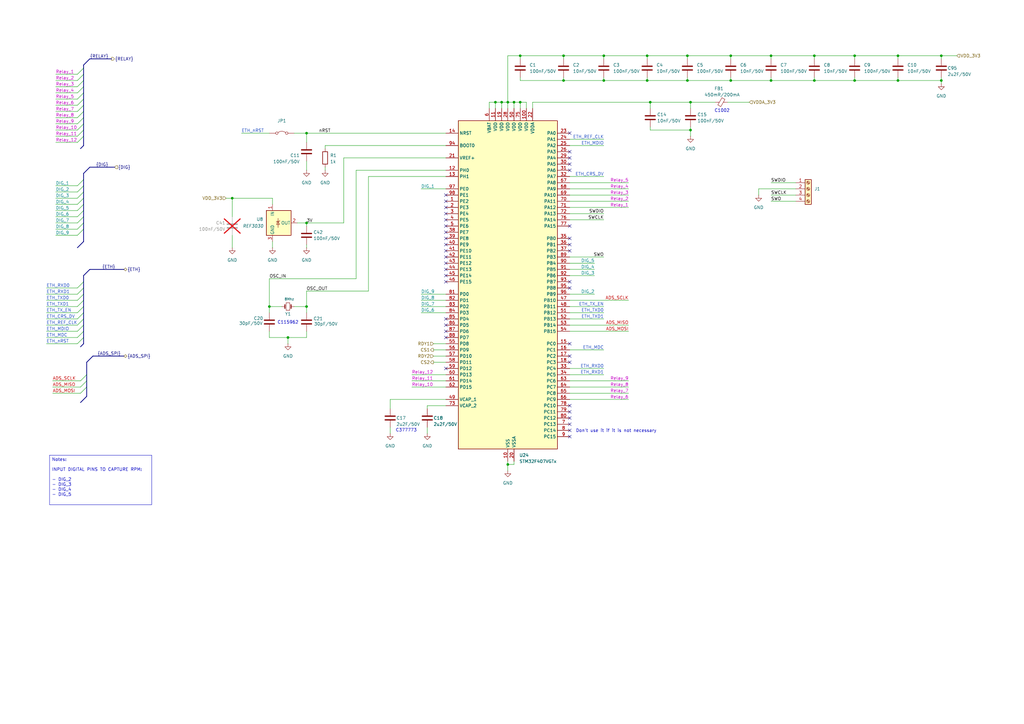
<source format=kicad_sch>
(kicad_sch (version 20250114) (generator "eeschema") (generator_version "9.0")
  (paper "A3")
  (lib_symbols
    (symbol "1-Capacitor:C_0603" (pin_numbers (hide yes)) (pin_names (offset 0.254))
      (property "Reference" "C" (at 0.635 2.54 0))
      (property "Value" "C_0603" (at 0.635 -2.54 0))
      (symbol "C_0603_0_1"
        (polyline (pts (xy -2.032 0.762) (xy 2.032 0.762)) (stroke (width 0.508)))
        (polyline (pts (xy -2.032 -0.762) (xy 2.032 -0.762)) (stroke (width 0.508)))
      )
      (symbol "C_0603_1_1"
        (pin passive line (at 0 3.81 270) (length 2.794) (name "~") (number "1"))
        (pin passive line (at 0 -3.81 90) (length 2.794) (name "~") (number "2"))
      )
    )
    (symbol "1-Capacitor:C_0805" (pin_numbers (hide yes)) (pin_names (offset 0.254))
      (property "Reference" "C" (at 0.635 2.54 0))
      (property "Value" "C_0805" (at 0.635 -2.54 0))
      (symbol "C_0805_0_1"
        (polyline (pts (xy -2.032 0.762) (xy 2.032 0.762)) (stroke (width 0.508)))
        (polyline (pts (xy -2.032 -0.762) (xy 2.032 -0.762)) (stroke (width 0.508)))
      )
      (symbol "C_0805_1_1"
        (pin passive line (at 0 3.81 270) (length 2.794) (name "~") (number "1"))
        (pin passive line (at 0 -3.81 90) (length 2.794) (name "~") (number "2"))
      )
    )
    (symbol "Connector:Screw_Terminal_01x04" (pin_names (offset 1.016) (hide yes))
      (property "Reference" "J" (at 0 5.08 0))
      (property "Value" "Screw_Terminal_01x04" (at 0 -7.62 0))
      (symbol "Screw_Terminal_01x04_1_1"
        (rectangle (start -1.27 3.81) (end 1.27 -6.35) (stroke (width 0.254)) (fill (type background)))
        (polyline (pts (xy -0.5334 2.8702) (xy 0.3302 2.032)) (stroke (width 0.1524)))
        (polyline (pts (xy -0.5334 0.3302) (xy 0.3302 -0.508)) (stroke (width 0.1524)))
        (polyline (pts (xy -0.5334 -2.2098) (xy 0.3302 -3.048)) (stroke (width 0.1524)))
        (polyline (pts (xy -0.5334 -4.7498) (xy 0.3302 -5.588)) (stroke (width 0.1524)))
        (polyline (pts (xy -0.3556 3.048) (xy 0.508 2.2098)) (stroke (width 0.1524)))
        (polyline (pts (xy -0.3556 0.508) (xy 0.508 -0.3302)) (stroke (width 0.1524)))
        (polyline (pts (xy -0.3556 -2.032) (xy 0.508 -2.8702)) (stroke (width 0.1524)))
        (polyline (pts (xy -0.3556 -4.572) (xy 0.508 -5.4102)) (stroke (width 0.1524)))
        (circle (center 0 2.54) (radius 0.635) (stroke (width 0.1524)))
        (circle (center 0 0) (radius 0.635) (stroke (width 0.1524)))
        (circle (center 0 -2.54) (radius 0.635) (stroke (width 0.1524)))
        (circle (center 0 -5.08) (radius 0.635) (stroke (width 0.1524)))
        (pin passive line (at -5.08 2.54 0) (length 3.81) (name "Pin_1") (number "1"))
        (pin passive line (at -5.08 0 0) (length 3.81) (name "Pin_2") (number "2"))
        (pin passive line (at -5.08 -2.54 0) (length 3.81) (name "Pin_3") (number "3"))
        (pin passive line (at -5.08 -5.08 0) (length 3.81) (name "Pin_4") (number "4"))
      )
    )
    (symbol "Device:C" (pin_numbers (hide yes)) (pin_names (offset 0.254))
      (property "Reference" "C" (at 0.635 2.54 0))
      (property "Value" "C" (at 0.635 -2.54 0))
      (symbol "C_0_1"
        (polyline (pts (xy -2.032 0.762) (xy 2.032 0.762)) (stroke (width 0.508)))
        (polyline (pts (xy -2.032 -0.762) (xy 2.032 -0.762)) (stroke (width 0.508)))
      )
      (symbol "C_1_1"
        (pin passive line (at 0 3.81 270) (length 2.794) (name "~") (number "1"))
        (pin passive line (at 0 -3.81 90) (length 2.794) (name "~") (number "2"))
      )
    )
    (symbol "Device:Crystal_Small" (pin_numbers (hide yes)) (pin_names (offset 1.016) (hide yes))
      (property "Reference" "Y" (at 0 2.54 0))
      (property "Value" "Crystal_Small" (at 0 -2.54 0))
      (symbol "Crystal_Small_0_1"
        (polyline (pts (xy -1.27 -0.762) (xy -1.27 0.762)) (stroke (width 0.381)))
        (rectangle (start -0.762 -1.524) (end 0.762 1.524))
        (polyline (pts (xy 1.27 -0.762) (xy 1.27 0.762)) (stroke (width 0.381)))
      )
      (symbol "Crystal_Small_1_1"
        (pin passive line (at -2.54 0 0) (length 1.27) (name "1") (number "1"))
        (pin passive line (at 2.54 0 180) (length 1.27) (name "2") (number "2"))
      )
    )
    (symbol "Device:FerriteBead_Small" (pin_numbers (hide yes)) (pin_names (offset 0))
      (property "Reference" "FB" (at 1.905 1.27 0))
      (property "Value" "FerriteBead_Small" (at 1.905 -1.27 0))
      (symbol "FerriteBead_Small_0_1"
        (polyline (pts (xy -1.8288 0.2794) (xy -1.1176 1.4986) (xy 1.8288 -0.2032) (xy 1.1176 -1.4224) (xy -1.8288 0.2794)))
        (polyline (pts (xy 0 0.889) (xy 0 1.2954)))
        (polyline (pts (xy 0 -1.27) (xy 0 -0.7874)))
      )
      (symbol "FerriteBead_Small_1_1"
        (pin passive line (at 0 2.54 270) (length 1.27) (name "~") (number "1"))
        (pin passive line (at 0 -2.54 90) (length 1.27) (name "~") (number "2"))
      )
    )
    (symbol "Device:R" (pin_numbers (hide yes)) (pin_names (offset 0))
      (property "Reference" "R" (at 2.032 0 90))
      (property "Value" "R" (at 0 0 90))
      (symbol "R_0_1"
        (rectangle (start -1.016 -2.54) (end 1.016 2.54) (stroke (width 0.254)))
      )
      (symbol "R_1_1"
        (pin passive line (at 0 3.81 270) (length 1.27) (name "~") (number "1"))
        (pin passive line (at 0 -3.81 90) (length 1.27) (name "~") (number "2"))
      )
    )
    (symbol "Jumper:Jumper_2_Bridged" (pin_numbers (hide yes)) (pin_names (offset 0) (hide yes))
      (property "Reference" "JP" (at 0 1.905 0))
      (property "Value" "Jumper_2_Bridged" (at 0 -2.54 0))
      (symbol "Jumper_2_Bridged_0_0"
        (circle (center -2.032 0) (radius 0.508))
        (circle (center 2.032 0) (radius 0.508))
      )
      (symbol "Jumper_2_Bridged_0_1"
        (arc (start -1.524 0.254) (mid 0 0.762) (end 1.524 0.254))
      )
      (symbol "Jumper_2_Bridged_1_1"
        (pin passive line (at -5.08 0 0) (length 2.54) (name "A") (number "1"))
        (pin passive line (at 5.08 0 180) (length 2.54) (name "B") (number "2"))
      )
    )
    (symbol "MCU_ST_STM32F4:STM32F407VGTx"
      (property "Reference" "U" (at -20.32 69.85 0))
      (property "Value" "STM32F407VGTx" (at 12.7 69.85 0))
      (symbol "STM32F407VGTx_0_1"
        (rectangle (start -20.32 -66.04) (end 20.32 68.58) (stroke (width 0.254)) (fill (type background)))
      )
      (symbol "STM32F407VGTx_1_1"
        (pin input line (at -25.4 63.5 0) (length 5.08) (name "NRST") (number "14"))
        (pin input line (at -25.4 58.42 0) (length 5.08) (name "BOOT0") (number "94"))
        (pin input line (at -25.4 53.34 0) (length 5.08) (name "VREF+") (number "21"))
        (pin bidirectional line (at -25.4 48.26 0) (length 5.08) (name "PH0") (number "12"))
        (pin bidirectional line (at -25.4 45.72 0) (length 5.08) (name "PH1") (number "13"))
        (pin bidirectional line (at -25.4 40.64 0) (length 5.08) (name "PE0") (number "97"))
        (pin bidirectional line (at -25.4 38.1 0) (length 5.08) (name "PE1") (number "98"))
        (pin bidirectional line (at -25.4 35.56 0) (length 5.08) (name "PE2") (number "1"))
        (pin bidirectional line (at -25.4 33.02 0) (length 5.08) (name "PE3") (number "2"))
        (pin bidirectional line (at -25.4 30.48 0) (length 5.08) (name "PE4") (number "3"))
        (pin bidirectional line (at -25.4 27.94 0) (length 5.08) (name "PE5") (number "4"))
        (pin bidirectional line (at -25.4 25.4 0) (length 5.08) (name "PE6") (number "5"))
        (pin bidirectional line (at -25.4 22.86 0) (length 5.08) (name "PE7") (number "38"))
        (pin bidirectional line (at -25.4 20.32 0) (length 5.08) (name "PE8") (number "39"))
        (pin bidirectional line (at -25.4 17.78 0) (length 5.08) (name "PE9") (number "40"))
        (pin bidirectional line (at -25.4 15.24 0) (length 5.08) (name "PE10") (number "41"))
        (pin bidirectional line (at -25.4 12.7 0) (length 5.08) (name "PE11") (number "42"))
        (pin bidirectional line (at -25.4 10.16 0) (length 5.08) (name "PE12") (number "43"))
        (pin bidirectional line (at -25.4 7.62 0) (length 5.08) (name "PE13") (number "44"))
        (pin bidirectional line (at -25.4 5.08 0) (length 5.08) (name "PE14") (number "45"))
        (pin bidirectional line (at -25.4 2.54 0) (length 5.08) (name "PE15") (number "46"))
        (pin bidirectional line (at -25.4 -2.54 0) (length 5.08) (name "PD0") (number "81"))
        (pin bidirectional line (at -25.4 -5.08 0) (length 5.08) (name "PD1") (number "82"))
        (pin bidirectional line (at -25.4 -7.62 0) (length 5.08) (name "PD2") (number "83"))
        (pin bidirectional line (at -25.4 -10.16 0) (length 5.08) (name "PD3") (number "84"))
        (pin bidirectional line (at -25.4 -12.7 0) (length 5.08) (name "PD4") (number "85"))
        (pin bidirectional line (at -25.4 -15.24 0) (length 5.08) (name "PD5") (number "86"))
        (pin bidirectional line (at -25.4 -17.78 0) (length 5.08) (name "PD6") (number "87"))
        (pin bidirectional line (at -25.4 -20.32 0) (length 5.08) (name "PD7") (number "88"))
        (pin bidirectional line (at -25.4 -22.86 0) (length 5.08) (name "PD8") (number "55"))
        (pin bidirectional line (at -25.4 -25.4 0) (length 5.08) (name "PD9") (number "56"))
        (pin bidirectional line (at -25.4 -27.94 0) (length 5.08) (name "PD10") (number "57"))
        (pin bidirectional line (at -25.4 -30.48 0) (length 5.08) (name "PD11") (number "58"))
        (pin bidirectional line (at -25.4 -33.02 0) (length 5.08) (name "PD12") (number "59"))
        (pin bidirectional line (at -25.4 -35.56 0) (length 5.08) (name "PD13") (number "60"))
        (pin bidirectional line (at -25.4 -38.1 0) (length 5.08) (name "PD14") (number "61"))
        (pin bidirectional line (at -25.4 -40.64 0) (length 5.08) (name "PD15") (number "62"))
        (pin power_out line (at -25.4 -45.72 0) (length 5.08) (name "VCAP_1") (number "49"))
        (pin power_out line (at -25.4 -48.26 0) (length 5.08) (name "VCAP_2") (number "73"))
        (pin power_in line (at -7.62 73.66 270) (length 5.08) (name "VBAT") (number "6"))
        (pin power_in line (at -5.08 73.66 270) (length 5.08) (name "VDD") (number "11"))
        (pin power_in line (at -2.54 73.66 270) (length 5.08) (name "VDD") (number "19"))
        (pin power_in line (at 0 73.66 270) (length 5.08) (name "VDD") (number "28"))
        (pin power_in line (at 0 -71.12 90) (length 5.08) (name "VSS") (number "10"))
        (pin passive line (at 0 -71.12 90) (length 5.08) (hide yes) (name "VSS") (number "27"))
        (pin passive line (at 0 -71.12 90) (length 5.08) (hide yes) (name "VSS") (number "74"))
        (pin passive line (at 0 -71.12 90) (length 5.08) (hide yes) (name "VSS") (number "99"))
        (pin power_in line (at 2.54 73.66 270) (length 5.08) (name "VDD") (number "50"))
        (pin power_in line (at 2.54 -71.12 90) (length 5.08) (name "VSSA") (number "20"))
        (pin power_in line (at 5.08 73.66 270) (length 5.08) (name "VDD") (number "75"))
        (pin power_in line (at 7.62 73.66 270) (length 5.08) (name "VDD") (number "100"))
        (pin power_in line (at 10.16 73.66 270) (length 5.08) (name "VDDA") (number "22"))
        (pin bidirectional line (at 25.4 63.5 180) (length 5.08) (name "PA0") (number "23"))
        (pin bidirectional line (at 25.4 60.96 180) (length 5.08) (name "PA1") (number "24"))
        (pin bidirectional line (at 25.4 58.42 180) (length 5.08) (name "PA2") (number "25"))
        (pin bidirectional line (at 25.4 55.88 180) (length 5.08) (name "PA3") (number "26"))
        (pin bidirectional line (at 25.4 53.34 180) (length 5.08) (name "PA4") (number "29"))
        (pin bidirectional line (at 25.4 50.8 180) (length 5.08) (name "PA5") (number "30"))
        (pin bidirectional line (at 25.4 48.26 180) (length 5.08) (name "PA6") (number "31"))
        (pin bidirectional line (at 25.4 45.72 180) (length 5.08) (name "PA7") (number "32"))
        (pin bidirectional line (at 25.4 43.18 180) (length 5.08) (name "PA8") (number "67"))
        (pin bidirectional line (at 25.4 40.64 180) (length 5.08) (name "PA9") (number "68"))
        (pin bidirectional line (at 25.4 38.1 180) (length 5.08) (name "PA10") (number "69"))
        (pin bidirectional line (at 25.4 35.56 180) (length 5.08) (name "PA11") (number "70"))
        (pin bidirectional line (at 25.4 33.02 180) (length 5.08) (name "PA12") (number "71"))
        (pin bidirectional line (at 25.4 30.48 180) (length 5.08) (name "PA13") (number "72"))
        (pin bidirectional line (at 25.4 27.94 180) (length 5.08) (name "PA14") (number "76"))
        (pin bidirectional line (at 25.4 25.4 180) (length 5.08) (name "PA15") (number "77"))
        (pin bidirectional line (at 25.4 20.32 180) (length 5.08) (name "PB0") (number "35"))
        (pin bidirectional line (at 25.4 17.78 180) (length 5.08) (name "PB1") (number "36"))
        (pin bidirectional line (at 25.4 15.24 180) (length 5.08) (name "PB2") (number "37"))
        (pin bidirectional line (at 25.4 12.7 180) (length 5.08) (name "PB3") (number "89"))
        (pin bidirectional line (at 25.4 10.16 180) (length 5.08) (name "PB4") (number "90"))
        (pin bidirectional line (at 25.4 7.62 180) (length 5.08) (name "PB5") (number "91"))
        (pin bidirectional line (at 25.4 5.08 180) (length 5.08) (name "PB6") (number "92"))
        (pin bidirectional line (at 25.4 2.54 180) (length 5.08) (name "PB7") (number "93"))
        (pin bidirectional line (at 25.4 0 180) (length 5.08) (name "PB8") (number "95"))
        (pin bidirectional line (at 25.4 -2.54 180) (length 5.08) (name "PB9") (number "96"))
        (pin bidirectional line (at 25.4 -5.08 180) (length 5.08) (name "PB10") (number "47"))
        (pin bidirectional line (at 25.4 -7.62 180) (length 5.08) (name "PB11") (number "48"))
        (pin bidirectional line (at 25.4 -10.16 180) (length 5.08) (name "PB12") (number "51"))
        (pin bidirectional line (at 25.4 -12.7 180) (length 5.08) (name "PB13") (number "52"))
        (pin bidirectional line (at 25.4 -15.24 180) (length 5.08) (name "PB14") (number "53"))
        (pin bidirectional line (at 25.4 -17.78 180) (length 5.08) (name "PB15") (number "54"))
        (pin bidirectional line (at 25.4 -22.86 180) (length 5.08) (name "PC0") (number "15"))
        (pin bidirectional line (at 25.4 -25.4 180) (length 5.08) (name "PC1") (number "16"))
        (pin bidirectional line (at 25.4 -27.94 180) (length 5.08) (name "PC2") (number "17"))
        (pin bidirectional line (at 25.4 -30.48 180) (length 5.08) (name "PC3") (number "18"))
        (pin bidirectional line (at 25.4 -33.02 180) (length 5.08) (name "PC4") (number "33"))
        (pin bidirectional line (at 25.4 -35.56 180) (length 5.08) (name "PC5") (number "34"))
        (pin bidirectional line (at 25.4 -38.1 180) (length 5.08) (name "PC6") (number "63"))
        (pin bidirectional line (at 25.4 -40.64 180) (length 5.08) (name "PC7") (number "64"))
        (pin bidirectional line (at 25.4 -43.18 180) (length 5.08) (name "PC8") (number "65"))
        (pin bidirectional line (at 25.4 -45.72 180) (length 5.08) (name "PC9") (number "66"))
        (pin bidirectional line (at 25.4 -48.26 180) (length 5.08) (name "PC10") (number "78"))
        (pin bidirectional line (at 25.4 -50.8 180) (length 5.08) (name "PC11") (number "79"))
        (pin bidirectional line (at 25.4 -53.34 180) (length 5.08) (name "PC12") (number "80"))
        (pin bidirectional line (at 25.4 -55.88 180) (length 5.08) (name "PC13") (number "7"))
        (pin bidirectional line (at 25.4 -58.42 180) (length 5.08) (name "PC14") (number "8"))
        (pin bidirectional line (at 25.4 -60.96 180) (length 5.08) (name "PC15") (number "9"))
      )
    )
    (symbol "Reference_Voltage:REF3030" (pin_names (offset 0.254))
      (property "Reference" "U" (at 0 6.35 0))
      (property "Value" "REF3030" (at 2.54 -6.35 0))
      (symbol "REF3030_0_1"
        (rectangle (start -5.08 5.08) (end 5.08 -5.08) (stroke (width 0.254)) (fill (type background)))
        (polyline (pts (xy -0.889 -0.635) (xy 0.381 -0.635) (xy -0.254 0.635) (xy -0.889 -0.635)))
        (polyline (pts (xy -0.254 1.905) (xy -0.254 -1.905)))
        (polyline (pts (xy 0.381 1.016) (xy 0.381 0.635) (xy -0.889 0.635) (xy -0.889 0.254)))
      )
      (symbol "REF3030_1_1"
        (pin power_in line (at -2.54 7.62 270) (length 2.54) (name "IN") (number "1"))
        (pin power_in line (at -2.54 -7.62 90) (length 2.54) (name "GND") (number "3"))
        (pin power_out line (at 7.62 0 180) (length 2.54) (name "OUT") (number "2"))
      )
    )
    (symbol "power:GND" (power) (pin_numbers (hide yes)) (pin_names (offset 0) (hide yes))
      (property "Value" "GND" (at 0 -3.81 0))
      (symbol "GND_0_1"
        (polyline (pts (xy 0 0) (xy 0 -1.27) (xy 1.27 -1.27) (xy 0 -2.54) (xy -1.27 -1.27) (xy 0 -1.27)))
      )
      (symbol "GND_1_1"
        (pin power_in line (at 0 0 270) (length 0) (name "~") (number "1"))
      )
    )
    (symbol "power:GNDA" (power) (pin_numbers (hide yes)) (pin_names (offset 0) (hide yes))
      (property "Value" "GNDA" (at 0 -3.81 0))
      (symbol "GNDA_0_1"
        (polyline (pts (xy 0 0) (xy 0 -1.27) (xy 1.27 -1.27) (xy 0 -2.54) (xy -1.27 -1.27) (xy 0 -1.27)))
      )
      (symbol "GNDA_1_1"
        (pin power_in line (at 0 0 270) (length 0) (name "~") (number "1"))
      )
    )
  )
  (bus_alias "SPI3" (members "SPI3_SCK" "SPI3_MISO" "SPI3_MOSI"))
  (text "C115962" (at 118.11 132.334 0) (effects (font (size 1.27 1.27))))
  (text "C377773" (at 166.624 176.53 0) (effects (font (size 1.27 1.27))))
  (text "C1002" (at 296.164 45.466 0) (effects (font (size 1.27 1.27))))
  (text "Don't use it if it is not necessary" (at 252.73 176.784 0) (effects (font (size 1.27 1.27))))
  (text_box "Notes:\n\nINPUT DIGITAL PINS TO CAPTURE RPM:\n\n- DIG_2\n- DIG_3\n- DIG_4\n- DIG_5" (at 20.32 186.69 0) (size 41.91 20.32) (margins 0.9525 0.9525 0.9525 0.9525) (effects (font (size 1.27 1.27)) (justify left top)))
  (junction (at 283.21 53.34))
  (junction (at 316.23 33.02))
  (junction (at 368.3 33.02))
  (junction (at 110.49 125.73))
  (junction (at 208.28 41.91))
  (junction (at 283.21 41.91))
  (junction (at 118.11 138.43))
  (junction (at 316.23 22.86))
  (junction (at 299.72 22.86))
  (junction (at 247.65 22.86))
  (junction (at 213.36 22.86))
  (junction (at 386.08 33.02))
  (junction (at 350.52 33.02))
  (junction (at 266.7 41.91))
  (junction (at 95.25 81.28))
  (junction (at 125.73 91.44))
  (junction (at 265.43 22.86))
  (junction (at 208.28 190.5))
  (junction (at 231.14 22.86))
  (junction (at 125.73 54.61))
  (junction (at 281.94 33.02))
  (junction (at 299.72 33.02))
  (junction (at 386.08 22.86))
  (junction (at 125.73 125.73))
  (junction (at 210.82 41.91))
  (junction (at 281.94 22.86))
  (junction (at 213.36 41.91))
  (junction (at 350.52 22.86))
  (junction (at 265.43 33.02))
  (junction (at 205.74 41.91))
  (junction (at 247.65 33.02))
  (junction (at 334.01 22.86))
  (junction (at 203.2 41.91))
  (junction (at 368.3 22.86))
  (junction (at 334.01 33.02))
  (junction (at 231.14 33.02))
  (no_connect (at 233.68 62.23))
  (no_connect (at 182.88 151.13))
  (no_connect (at 182.88 95.25))
  (no_connect (at 182.88 85.09))
  (no_connect (at 233.68 146.05))
  (no_connect (at 233.68 179.07))
  (no_connect (at 233.68 69.85))
  (no_connect (at 182.88 113.03))
  (no_connect (at 182.88 138.43))
  (no_connect (at 182.88 133.35))
  (no_connect (at 233.68 166.37))
  (no_connect (at 233.68 140.97))
  (no_connect (at 182.88 130.81))
  (no_connect (at 233.68 102.87))
  (no_connect (at 233.68 92.71))
  (no_connect (at 233.68 168.91))
  (no_connect (at 182.88 82.55))
  (no_connect (at 182.88 87.63))
  (no_connect (at 182.88 80.01))
  (no_connect (at 182.88 105.41))
  (no_connect (at 233.68 173.99))
  (no_connect (at 182.88 102.87))
  (no_connect (at 182.88 135.89))
  (no_connect (at 182.88 92.71))
  (no_connect (at 233.68 67.31))
  (no_connect (at 233.68 118.11))
  (no_connect (at 233.68 54.61))
  (no_connect (at 233.68 97.79))
  (no_connect (at 233.68 171.45))
  (no_connect (at 233.68 64.77))
  (no_connect (at 182.88 110.49))
  (no_connect (at 182.88 100.33))
  (no_connect (at 233.68 115.57))
  (no_connect (at 182.88 97.79))
  (no_connect (at 182.88 107.95))
  (no_connect (at 233.68 176.53))
  (no_connect (at 182.88 90.17))
  (no_connect (at 182.88 115.57))
  (no_connect (at 233.68 100.33))
  (no_connect (at 233.68 148.59))
  (bus_entry (at 34.29 133.35) (size -2.54 2.54))
  (bus_entry (at 31.75 91.44) (size 2.54 -2.54))
  (bus_entry (at 34.29 125.73) (size -2.54 2.54))
  (bus_entry (at 31.75 93.98) (size 2.54 -2.54))
  (bus_entry (at 34.29 48.26) (size -2.54 2.54))
  (bus_entry (at 34.29 118.11) (size -2.54 2.54))
  (bus_entry (at 34.29 115.57) (size -2.54 2.54))
  (bus_entry (at 35.56 158.75) (size -2.54 2.54))
  (bus_entry (at 34.29 130.81) (size -2.54 2.54))
  (bus_entry (at 35.56 153.67) (size -2.54 2.54))
  (bus_entry (at 31.75 86.36) (size 2.54 -2.54))
  (bus_entry (at 34.29 138.43) (size -2.54 2.54))
  (bus_entry (at 34.29 120.65) (size -2.54 2.54))
  (bus_entry (at 34.29 27.94) (size -2.54 2.54))
  (bus_entry (at 34.29 33.02) (size -2.54 2.54))
  (bus_entry (at 31.75 81.28) (size 2.54 -2.54))
  (bus_entry (at 34.29 43.18) (size -2.54 2.54))
  (bus_entry (at 34.29 40.64) (size -2.54 2.54))
  (bus_entry (at 34.29 123.19) (size -2.54 2.54))
  (bus_entry (at 34.29 50.8) (size -2.54 2.54))
  (bus_entry (at 31.75 78.74) (size 2.54 -2.54))
  (bus_entry (at 31.75 83.82) (size 2.54 -2.54))
  (bus_entry (at 34.29 53.34) (size -2.54 2.54))
  (bus_entry (at 34.29 135.89) (size -2.54 2.54))
  (bus_entry (at 34.29 55.88) (size -2.54 2.54))
  (bus_entry (at 31.75 96.52) (size 2.54 -2.54))
  (bus_entry (at 31.75 88.9) (size 2.54 -2.54))
  (bus_entry (at 34.29 35.56) (size -2.54 2.54))
  (bus_entry (at 34.29 30.48) (size -2.54 2.54))
  (bus_entry (at 34.29 38.1) (size -2.54 2.54))
  (bus_entry (at 35.56 156.21) (size -2.54 2.54))
  (bus_entry (at 31.75 76.2) (size 2.54 -2.54))
  (bus_entry (at 34.29 45.72) (size -2.54 2.54))
  (bus_entry (at 34.29 128.27) (size -2.54 2.54))
  (wire (pts (xy 233.68 110.49) (xy 243.84 110.49)))
  (wire (pts (xy 233.68 90.17) (xy 247.65 90.17)))
  (bus (pts (xy 34.29 59.69) (xy 33.02 60.96)))
  (bus (pts (xy 34.29 78.74) (xy 34.29 81.28)))
  (wire (pts (xy 125.73 100.33) (xy 125.73 101.6)))
  (bus (pts (xy 34.29 91.44) (xy 34.29 93.98)))
  (wire (pts (xy 33.02 158.75) (xy 21.59 158.75)))
  (wire (pts (xy 265.43 33.02) (xy 265.43 31.75)))
  (wire (pts (xy 233.68 107.95) (xy 243.84 107.95)))
  (wire (pts (xy 233.68 120.65) (xy 243.84 120.65)))
  (wire (pts (xy 31.75 45.72) (xy 22.86 45.72)))
  (wire (pts (xy 146.05 69.85) (xy 182.88 69.85)))
  (wire (pts (xy 213.36 22.86) (xy 231.14 22.86)))
  (wire (pts (xy 208.28 41.91) (xy 205.74 41.91)))
  (wire (pts (xy 266.7 53.34) (xy 266.7 52.07)))
  (wire (pts (xy 151.13 72.39) (xy 182.88 72.39)))
  (wire (pts (xy 298.45 41.91) (xy 307.34 41.91)))
  (wire (pts (xy 281.94 31.75) (xy 281.94 33.02)))
  (wire (pts (xy 19.05 118.11) (xy 31.75 118.11)))
  (wire (pts (xy 208.28 22.86) (xy 208.28 41.91)))
  (bus (pts (xy 34.29 76.2) (xy 34.29 78.74)))
  (bus (pts (xy 34.29 135.89) (xy 34.29 138.43)))
  (wire (pts (xy 133.35 59.69) (xy 182.88 59.69)))
  (wire (pts (xy 177.8 143.51) (xy 182.88 143.51)))
  (wire (pts (xy 350.52 24.13) (xy 350.52 22.86)))
  (wire (pts (xy 95.25 88.9) (xy 95.25 81.28)))
  (wire (pts (xy 205.74 41.91) (xy 203.2 41.91)))
  (bus (pts (xy 31.75 101.6) (xy 34.29 99.06)))
  (wire (pts (xy 205.74 44.45) (xy 205.74 41.91)))
  (wire (pts (xy 172.72 123.19) (xy 182.88 123.19)))
  (wire (pts (xy 231.14 33.02) (xy 247.65 33.02)))
  (wire (pts (xy 233.68 74.93) (xy 257.81 74.93)))
  (wire (pts (xy 283.21 52.07) (xy 283.21 53.34)))
  (wire (pts (xy 208.28 22.86) (xy 213.36 22.86)))
  (wire (pts (xy 22.86 88.9) (xy 31.75 88.9)))
  (wire (pts (xy 247.65 24.13) (xy 247.65 22.86)))
  (wire (pts (xy 386.08 22.86) (xy 386.08 24.13)))
  (wire (pts (xy 125.73 138.43) (xy 125.73 135.89)))
  (wire (pts (xy 95.25 96.52) (xy 95.25 101.6)))
  (bus (pts (xy 34.29 27.94) (xy 34.29 30.48)))
  (wire (pts (xy 22.86 81.28) (xy 31.75 81.28)))
  (wire (pts (xy 247.65 33.02) (xy 265.43 33.02)))
  (wire (pts (xy 110.49 114.3) (xy 146.05 114.3)))
  (wire (pts (xy 160.02 175.26) (xy 160.02 177.8)))
  (wire (pts (xy 299.72 22.86) (xy 316.23 22.86)))
  (wire (pts (xy 233.68 123.19) (xy 257.81 123.19)))
  (wire (pts (xy 121.92 91.44) (xy 125.73 91.44)))
  (wire (pts (xy 266.7 53.34) (xy 283.21 53.34)))
  (wire (pts (xy 208.28 190.5) (xy 210.82 190.5)))
  (wire (pts (xy 31.75 35.56) (xy 22.86 35.56)))
  (wire (pts (xy 233.68 59.69) (xy 247.65 59.69)))
  (wire (pts (xy 316.23 33.02) (xy 334.01 33.02)))
  (wire (pts (xy 281.94 33.02) (xy 299.72 33.02)))
  (wire (pts (xy 213.36 22.86) (xy 213.36 24.13)))
  (wire (pts (xy 233.68 133.35) (xy 257.81 133.35)))
  (wire (pts (xy 316.23 24.13) (xy 316.23 22.86)))
  (wire (pts (xy 203.2 41.91) (xy 200.66 41.91)))
  (wire (pts (xy 283.21 41.91) (xy 293.37 41.91)))
  (wire (pts (xy 172.72 128.27) (xy 182.88 128.27)))
  (bus (pts (xy 35.56 156.21) (xy 35.56 158.75)))
  (wire (pts (xy 233.68 130.81) (xy 247.65 130.81)))
  (bus (pts (xy 34.29 40.64) (xy 34.29 43.18)))
  (wire (pts (xy 92.71 81.28) (xy 95.25 81.28)))
  (bus (pts (xy 34.29 48.26) (xy 34.29 50.8)))
  (wire (pts (xy 151.13 119.38) (xy 151.13 72.39)))
  (wire (pts (xy 233.68 158.75) (xy 257.81 158.75)))
  (bus (pts (xy 34.29 55.88) (xy 34.29 59.69)))
  (wire (pts (xy 316.23 22.86) (xy 334.01 22.86)))
  (wire (pts (xy 299.72 33.02) (xy 299.72 31.75)))
  (wire (pts (xy 233.68 57.15) (xy 247.65 57.15)))
  (wire (pts (xy 172.72 125.73) (xy 182.88 125.73)))
  (wire (pts (xy 118.11 138.43) (xy 118.11 140.97)))
  (wire (pts (xy 208.28 41.91) (xy 208.28 44.45)))
  (wire (pts (xy 208.28 190.5) (xy 208.28 193.04)))
  (wire (pts (xy 233.68 151.13) (xy 247.65 151.13)))
  (wire (pts (xy 210.82 44.45) (xy 210.82 41.91)))
  (bus (pts (xy 34.29 45.72) (xy 34.29 48.26)))
  (wire (pts (xy 266.7 41.91) (xy 283.21 41.91)))
  (wire (pts (xy 19.05 140.97) (xy 31.75 140.97)))
  (wire (pts (xy 386.08 22.86) (xy 368.3 22.86)))
  (wire (pts (xy 175.26 166.37) (xy 182.88 166.37)))
  (wire (pts (xy 334.01 22.86) (xy 334.01 24.13)))
  (wire (pts (xy 233.68 128.27) (xy 247.65 128.27)))
  (wire (pts (xy 218.44 44.45) (xy 218.44 41.91)))
  (wire (pts (xy 110.49 114.3) (xy 110.49 125.73)))
  (bus (pts (xy 34.29 50.8) (xy 34.29 53.34)))
  (wire (pts (xy 172.72 77.47) (xy 182.88 77.47)))
  (wire (pts (xy 233.68 161.29) (xy 257.81 161.29)))
  (wire (pts (xy 182.88 153.67) (xy 168.91 153.67)))
  (wire (pts (xy 200.66 41.91) (xy 200.66 44.45)))
  (wire (pts (xy 247.65 22.86) (xy 265.43 22.86)))
  (wire (pts (xy 299.72 22.86) (xy 299.72 24.13)))
  (wire (pts (xy 350.52 22.86) (xy 368.3 22.86)))
  (wire (pts (xy 31.75 40.64) (xy 22.86 40.64)))
  (wire (pts (xy 231.14 22.86) (xy 247.65 22.86)))
  (wire (pts (xy 177.8 148.59) (xy 182.88 148.59)))
  (wire (pts (xy 111.76 101.6) (xy 111.76 99.06)))
  (bus (pts (xy 35.56 153.67) (xy 35.56 156.21)))
  (bus (pts (xy 35.56 148.59) (xy 35.56 153.67)))
  (wire (pts (xy 110.49 125.73) (xy 110.49 128.27)))
  (wire (pts (xy 22.86 96.52) (xy 31.75 96.52)))
  (wire (pts (xy 19.05 128.27) (xy 31.75 128.27)))
  (wire (pts (xy 266.7 41.91) (xy 266.7 44.45)))
  (wire (pts (xy 175.26 167.64) (xy 175.26 166.37)))
  (wire (pts (xy 120.65 125.73) (xy 125.73 125.73)))
  (bus (pts (xy 34.29 118.11) (xy 34.29 120.65)))
  (wire (pts (xy 177.8 146.05) (xy 182.88 146.05)))
  (wire (pts (xy 386.08 33.02) (xy 386.08 34.29)))
  (wire (pts (xy 31.75 55.88) (xy 22.86 55.88)))
  (bus (pts (xy 38.1 146.05) (xy 35.56 148.59)))
  (wire (pts (xy 368.3 22.86) (xy 368.3 24.13)))
  (wire (pts (xy 31.75 43.18) (xy 22.86 43.18)))
  (wire (pts (xy 368.3 33.02) (xy 368.3 31.75)))
  (wire (pts (xy 350.52 31.75) (xy 350.52 33.02)))
  (wire (pts (xy 31.75 33.02) (xy 22.86 33.02)))
  (wire (pts (xy 208.28 189.23) (xy 208.28 190.5)))
  (bus (pts (xy 36.83 24.13) (xy 34.29 26.67)))
  (bus (pts (xy 34.29 93.98) (xy 34.29 99.06)))
  (wire (pts (xy 218.44 41.91) (xy 266.7 41.91)))
  (wire (pts (xy 203.2 44.45) (xy 203.2 41.91)))
  (wire (pts (xy 213.36 41.91) (xy 210.82 41.91)))
  (wire (pts (xy 19.05 130.81) (xy 31.75 130.81)))
  (wire (pts (xy 311.15 77.47) (xy 326.39 77.47)))
  (wire (pts (xy 133.35 68.58) (xy 133.35 69.85)))
  (wire (pts (xy 19.05 120.65) (xy 31.75 120.65)))
  (wire (pts (xy 133.35 60.96) (xy 133.35 59.69)))
  (wire (pts (xy 19.05 138.43) (xy 31.75 138.43)))
  (wire (pts (xy 265.43 33.02) (xy 281.94 33.02)))
  (wire (pts (xy 233.68 163.83) (xy 257.81 163.83)))
  (wire (pts (xy 299.72 33.02) (xy 316.23 33.02)))
  (wire (pts (xy 110.49 138.43) (xy 118.11 138.43)))
  (wire (pts (xy 146.05 69.85) (xy 146.05 114.3)))
  (wire (pts (xy 233.68 72.39) (xy 247.65 72.39)))
  (bus (pts (xy 34.29 71.12) (xy 34.29 73.66)))
  (wire (pts (xy 31.75 30.48) (xy 22.86 30.48)))
  (bus (pts (xy 34.29 128.27) (xy 34.29 130.81)))
  (wire (pts (xy 350.52 33.02) (xy 368.3 33.02)))
  (bus (pts (xy 34.29 30.48) (xy 34.29 33.02)))
  (wire (pts (xy 392.43 22.86) (xy 386.08 22.86)))
  (wire (pts (xy 210.82 189.23) (xy 210.82 190.5)))
  (wire (pts (xy 283.21 53.34) (xy 283.21 55.88)))
  (wire (pts (xy 22.86 83.82) (xy 31.75 83.82)))
  (bus (pts (xy 50.8 146.05) (xy 38.1 146.05)))
  (bus (pts (xy 34.29 81.28) (xy 34.29 83.82)))
  (wire (pts (xy 31.75 53.34) (xy 22.86 53.34)))
  (wire (pts (xy 19.05 125.73) (xy 31.75 125.73)))
  (wire (pts (xy 111.76 81.28) (xy 111.76 83.82)))
  (wire (pts (xy 31.75 38.1) (xy 22.86 38.1)))
  (wire (pts (xy 19.05 135.89) (xy 31.75 135.89)))
  (bus (pts (xy 36.83 68.58) (xy 34.29 71.12)))
  (wire (pts (xy 334.01 33.02) (xy 334.01 31.75)))
  (wire (pts (xy 182.88 156.21) (xy 168.91 156.21)))
  (wire (pts (xy 22.86 93.98) (xy 31.75 93.98)))
  (wire (pts (xy 19.05 133.35) (xy 31.75 133.35)))
  (wire (pts (xy 22.86 78.74) (xy 31.75 78.74)))
  (wire (pts (xy 125.73 119.38) (xy 125.73 125.73)))
  (bus (pts (xy 45.72 24.13) (xy 36.83 24.13)))
  (wire (pts (xy 233.68 77.47) (xy 257.81 77.47)))
  (wire (pts (xy 175.26 175.26) (xy 175.26 177.8)))
  (wire (pts (xy 233.68 135.89) (xy 257.81 135.89)))
  (wire (pts (xy 213.36 41.91) (xy 213.36 44.45)))
  (wire (pts (xy 182.88 163.83) (xy 160.02 163.83)))
  (bus (pts (xy 34.29 38.1) (xy 34.29 40.64)))
  (wire (pts (xy 118.11 138.43) (xy 125.73 138.43)))
  (bus (pts (xy 33.02 142.24) (xy 34.29 140.97)))
  (bus (pts (xy 34.29 43.18) (xy 34.29 45.72)))
  (wire (pts (xy 125.73 58.42) (xy 125.73 54.61)))
  (wire (pts (xy 140.97 64.77) (xy 182.88 64.77)))
  (wire (pts (xy 233.68 113.03) (xy 243.84 113.03)))
  (bus (pts (xy 35.56 162.56) (xy 33.02 165.1)))
  (wire (pts (xy 281.94 22.86) (xy 299.72 22.86)))
  (wire (pts (xy 334.01 33.02) (xy 350.52 33.02)))
  (bus (pts (xy 34.29 73.66) (xy 34.29 76.2)))
  (wire (pts (xy 120.65 54.61) (xy 125.73 54.61)))
  (bus (pts (xy 34.29 35.56) (xy 34.29 38.1)))
  (bus (pts (xy 34.29 130.81) (xy 34.29 133.35)))
  (wire (pts (xy 125.73 91.44) (xy 140.97 91.44)))
  (bus (pts (xy 34.29 125.73) (xy 34.29 128.27)))
  (wire (pts (xy 160.02 163.83) (xy 160.02 167.64)))
  (bus (pts (xy 34.29 83.82) (xy 34.29 86.36)))
  (wire (pts (xy 31.75 50.8) (xy 22.86 50.8)))
  (wire (pts (xy 213.36 33.02) (xy 231.14 33.02)))
  (wire (pts (xy 110.49 138.43) (xy 110.49 135.89)))
  (wire (pts (xy 311.15 77.47) (xy 311.15 80.01)))
  (wire (pts (xy 281.94 24.13) (xy 281.94 22.86)))
  (wire (pts (xy 316.23 31.75) (xy 316.23 33.02)))
  (bus (pts (xy 36.83 110.49) (xy 50.8 110.49)))
  (wire (pts (xy 31.75 48.26) (xy 22.86 48.26)))
  (wire (pts (xy 95.25 81.28) (xy 111.76 81.28)))
  (wire (pts (xy 31.75 58.42) (xy 22.86 58.42)))
  (wire (pts (xy 233.68 80.01) (xy 257.81 80.01)))
  (bus (pts (xy 34.29 88.9) (xy 34.29 91.44)))
  (wire (pts (xy 215.9 41.91) (xy 213.36 41.91)))
  (wire (pts (xy 231.14 22.86) (xy 231.14 24.13)))
  (wire (pts (xy 334.01 22.86) (xy 350.52 22.86)))
  (wire (pts (xy 316.23 82.55) (xy 326.39 82.55)))
  (wire (pts (xy 233.68 153.67) (xy 247.65 153.67)))
  (wire (pts (xy 233.68 143.51) (xy 247.65 143.51)))
  (wire (pts (xy 140.97 91.44) (xy 140.97 64.77)))
  (wire (pts (xy 172.72 120.65) (xy 182.88 120.65)))
  (bus (pts (xy 34.29 113.03) (xy 34.29 115.57)))
  (wire (pts (xy 316.23 80.01) (xy 326.39 80.01)))
  (wire (pts (xy 233.68 87.63) (xy 247.65 87.63)))
  (bus (pts (xy 34.29 115.57) (xy 34.29 118.11)))
  (wire (pts (xy 19.05 123.19) (xy 31.75 123.19)))
  (wire (pts (xy 231.14 33.02) (xy 231.14 31.75)))
  (wire (pts (xy 215.9 41.91) (xy 215.9 44.45)))
  (wire (pts (xy 125.73 119.38) (xy 151.13 119.38)))
  (bus (pts (xy 34.29 33.02) (xy 34.29 35.56)))
  (wire (pts (xy 182.88 158.75) (xy 168.91 158.75)))
  (bus (pts (xy 34.29 113.03) (xy 36.83 110.49)))
  (wire (pts (xy 22.86 86.36) (xy 31.75 86.36)))
  (bus (pts (xy 34.29 26.67) (xy 34.29 27.94)))
  (wire (pts (xy 283.21 41.91) (xy 283.21 44.45)))
  (wire (pts (xy 386.08 31.75) (xy 386.08 33.02)))
  (wire (pts (xy 247.65 31.75) (xy 247.65 33.02)))
  (bus (pts (xy 34.29 133.35) (xy 34.29 135.89)))
  (wire (pts (xy 233.68 85.09) (xy 257.81 85.09)))
  (wire (pts (xy 233.68 82.55) (xy 257.81 82.55)))
  (wire (pts (xy 99.06 54.61) (xy 110.49 54.61)))
  (wire (pts (xy 316.23 74.93) (xy 326.39 74.93)))
  (wire (pts (xy 22.86 76.2) (xy 31.75 76.2)))
  (bus (pts (xy 34.29 120.65) (xy 34.29 123.19)))
  (wire (pts (xy 233.68 156.21) (xy 257.81 156.21)))
  (wire (pts (xy 177.8 140.97) (xy 182.88 140.97)))
  (bus (pts (xy 35.56 158.75) (xy 35.56 162.56)))
  (wire (pts (xy 265.43 22.86) (xy 265.43 24.13)))
  (wire (pts (xy 110.49 125.73) (xy 115.57 125.73)))
  (wire (pts (xy 213.36 31.75) (xy 213.36 33.02)))
  (wire (pts (xy 265.43 22.86) (xy 281.94 22.86)))
  (wire (pts (xy 125.73 91.44) (xy 125.73 92.71)))
  (wire (pts (xy 33.02 161.29) (xy 21.59 161.29)))
  (wire (pts (xy 33.02 156.21) (xy 21.59 156.21)))
  (wire (pts (xy 386.08 33.02) (xy 368.3 33.02)))
  (wire (pts (xy 125.73 125.73) (xy 125.73 128.27)))
  (wire (pts (xy 125.73 54.61) (xy 182.88 54.61)))
  (bus (pts (xy 34.29 86.36) (xy 34.29 88.9)))
  (bus (pts (xy 34.29 123.19) (xy 34.29 125.73)))
  (wire (pts (xy 125.73 66.04) (xy 125.73 69.85)))
  (wire (pts (xy 233.68 125.73) (xy 247.65 125.73)))
  (bus (pts (xy 36.83 68.58) (xy 46.99 68.58)))
  (wire (pts (xy 233.68 105.41) (xy 247.65 105.41)))
  (bus (pts (xy 34.29 138.43) (xy 34.29 140.97)))
  (wire (pts (xy 22.86 91.44) (xy 31.75 91.44)))
  (bus (pts (xy 34.29 53.34) (xy 34.29 55.88)))
  (wire (pts (xy 208.28 41.91) (xy 210.82 41.91)))
  (label "ETH_TXD1" (at 19.05 125.73 0))
  (label "ETH_MDIO" (at 19.05 135.89 0))
  (label "ADS_MOSI" (at 21.59 161.29 0))
  (label "ETH_TX_EN" (at 19.05 128.27 0))
  (label "SWDIO" (at 316.23 74.93 0))
  (label "DIG_7" (at 22.86 91.44 0))
  (label "Relay_12" (at 22.86 58.42 0))
  (label "DIG_8" (at 22.86 93.98 0))
  (label "OSC_OUT" (at 125.73 119.38 0))
  (label "{DIG}" (at 39.37 68.58 0))
  (label "ETH_CRS_DV" (at 19.05 130.81 0))
  (label "ETH_TXD1" (at 247.65 130.81 180))
  (label "DIG_3" (at 243.84 113.03 180))
  (label "Relay_3" (at 22.86 35.56 0))
  (label "nRST" (at 130.81 54.61 0))
  (label "Relay_2" (at 257.81 82.55 180))
  (label "ETH_RXD0" (at 247.65 151.13 180))
  (label "Relay_1" (at 257.81 85.09 180))
  (label "ETH_nRST" (at 19.05 140.97 0))
  (label "DIG_5" (at 243.84 107.95 180))
  (label "Relay_4" (at 22.86 38.1 0))
  (label "Relay_12" (at 168.91 153.67 0))
  (label "Relay_5" (at 22.86 40.64 0))
  (label "ETH_RXD0" (at 19.05 118.11 0))
  (label "DIG_3" (at 22.86 81.28 0))
  (label "{ETH}" (at 41.91 110.49 0))
  (label "ETH_CRS_DV" (at 247.65 72.39 180))
  (label "DIG_6" (at 172.72 128.27 0))
  (label "ADS_SCLK" (at 21.59 156.21 0))
  (label "SWCLK" (at 316.23 80.01 0))
  (label "Relay_9" (at 22.86 50.8 0))
  (label "Relay_11" (at 22.86 55.88 0))
  (label "DIG_2" (at 22.86 78.74 0))
  (label "DIG_6" (at 22.86 88.9 0))
  (label "Relay_6" (at 257.81 163.83 180))
  (label "ADS_MISO" (at 257.81 133.35 180))
  (label "{RELAY}" (at 44.45 24.13 180))
  (label "ETH_MDIO" (at 247.65 59.69 180))
  (label "ADS_MOSI" (at 257.81 135.89 180))
  (label "ETH_TX_EN" (at 247.65 125.73 180))
  (label "Relay_9" (at 257.81 156.21 180))
  (label "Relay_6" (at 22.86 43.18 0))
  (label "Relay_4" (at 257.81 77.47 180))
  (label "ETH_nRST" (at 99.06 54.61 0))
  (label "DIG_8" (at 172.72 123.19 0))
  (label "Relay_10" (at 168.91 158.75 0))
  (label "DIG_7" (at 172.72 125.73 0))
  (label "ETH_MDC" (at 247.65 143.51 180))
  (label "ETH_REF_CLK" (at 19.05 133.35 0))
  (label "Relay_3" (at 257.81 80.01 180))
  (label "OSC_IN" (at 110.49 114.3 0))
  (label "DIG_4" (at 22.86 83.82 0))
  (label "DIG_5" (at 22.86 86.36 0))
  (label "Relay_11" (at 168.91 156.21 0))
  (label "DIG_1" (at 172.72 77.47 0))
  (label "ADS_MISO" (at 21.59 158.75 0))
  (label "ETH_REF_CLK" (at 247.65 57.15 180))
  (label "Relay_7" (at 257.81 161.29 180))
  (label "ETH_TXD0" (at 247.65 128.27 180))
  (label "SWCLK" (at 247.65 90.17 180))
  (label "Relay_10" (at 22.86 53.34 0))
  (label "DIG_1" (at 22.86 76.2 0))
  (label "ETH_TXD0" (at 19.05 123.19 0))
  (label "DIG_4" (at 243.84 110.49 180))
  (label "3V" (at 125.73 91.44 0))
  (label "Relay_8" (at 22.86 48.26 0))
  (label "Relay_8" (at 257.81 158.75 180))
  (label "Relay_7" (at 22.86 45.72 0))
  (label "SWO" (at 316.23 82.55 0))
  (label "ETH_RXD1" (at 19.05 120.65 0))
  (label "DIG_9" (at 22.86 96.52 0))
  (label "DIG_2" (at 243.84 120.65 180))
  (label "Relay_5" (at 257.81 74.93 180))
  (label "DIG_9" (at 172.72 120.65 0))
  (label "SWDIO" (at 247.65 87.63 180))
  (label "{ADS_SPI}" (at 49.53 146.05 180))
  (label "Relay_1" (at 22.86 30.48 0))
  (label "ADS_SCLK" (at 257.81 123.19 180))
  (label "ETH_RXD1" (at 247.65 153.67 180))
  (label "Relay_2" (at 22.86 33.02 0))
  (label "ETH_MDC" (at 19.05 138.43 0))
  (label "SWO" (at 247.65 105.41 180))
  (hierarchical_label "RDY1" (shape input) (at 177.8 140.97 180))
  (hierarchical_label "{RELAY}" (shape output) (at 45.72 24.13 0))
  (hierarchical_label "VDDA_3V3" (shape input) (at 307.34 41.91 0))
  (hierarchical_label "{DIG}" (shape input) (at 46.99 68.58 0))
  (hierarchical_label "CS1" (shape output) (at 177.8 143.51 180))
  (hierarchical_label "VDD_3V3" (shape input) (at 92.71 81.28 180))
  (hierarchical_label "RDY2" (shape input) (at 177.8 146.05 180))
  (hierarchical_label "{ADS_SPI}" (shape bidirectional) (at 50.8 146.05 0))
  (hierarchical_label "VDD_3V3" (shape input) (at 392.43 22.86 0))
  (hierarchical_label "{ETH}" (shape bidirectional) (at 50.8 110.49 0))
  (hierarchical_label "CS2" (shape output) (at 177.8 148.59 180))
  (symbol (lib_id "power:GND") (at 160.02 177.8 0) (unit 1)
    (property "Reference" "#PWR0110" (effects (hide yes)))
    (property "Value" "GND" (at 160.02 182.88 0))
    (property "Description" "Power symbol creates a global label with name \"GND\" , ground" (effects (hide yes)))
    (instances (project "Onyx_Client" (path "" (reference "#PWR07") (unit 1))) (project "Onyx_Client" (path "" (reference "#PWR0110") (unit 1))))
  )
  (symbol (lib_id "Device:C") (at 316.23 27.94 0) (unit 1)
    (property "Reference" "C91" (at 320.04 26.6699 0) (effects (justify left)))
    (property "Value" "100nF/50V" (at 320.04 29.2099 0) (effects (justify left)))
    (property "Footprint" "Capacitor_SMD:C_0603_1608Metric" (effects (hide yes)))
    (property "Description" "Unpolarized capacitor" (effects (hide yes)))
    (instances (project "Onyx_Client" (path "" (reference "C7") (unit 1))) (project "Onyx_Client" (path "" (reference "C91") (unit 1))))
  )
  (symbol (lib_id "MCU_ST_STM32F4:STM32F407VGTx") (at 208.28 118.11 0) (unit 1)
    (property "Reference" "U24" (at 212.9633 186.69 0) (effects (justify left)))
    (property "Value" "STM32F407VGTx" (at 212.9633 189.23 0) (effects (justify left)))
    (property "Footprint" "Package_QFP:LQFP-100_14x14mm_P0.5mm" (effects (hide yes)))
    (property "Datasheet" "https://www.st.com/resource/en/datasheet/stm32f407vg.pdf" (effects (hide yes)))
    (property "Description" "STMicroelectronics Arm Cortex-M4 MCU, 1024KB flash, 192KB RAM, 168 MHz, 1.8-3.6V, 82 GPIO, LQFP100" (effects (hide yes)))
  )
  (symbol (lib_id "Device:C") (at 299.72 27.94 0) (unit 1)
    (property "Reference" "C90" (at 303.53 26.6699 0) (effects (justify left)))
    (property "Value" "10nF/50V" (at 303.53 29.2099 0) (effects (justify left)))
    (property "Footprint" "Capacitor_SMD:C_0603_1608Metric" (effects (hide yes)))
    (property "Description" "Unpolarized capacitor" (effects (hide yes)))
    (instances (project "Onyx_Client" (path "" (reference "C6") (unit 1))) (project "Onyx_Client" (path "" (reference "C90") (unit 1))))
  )
  (symbol (lib_id "1-Capacitor:C_0805") (at 386.08 27.94 0) (unit 1)
    (property "Reference" "C95" (at 388.62 27.94 0) (effects (justify left)))
    (property "Value" "2u2F/50V" (at 388.62 30.48 0) (effects (justify left)))
    (property "Footprint" "Capacitor_SMD:C_0805_2012Metric" (effects (hide yes)))
    (property "Description" "Unpolarized capacitor" (effects (hide yes)))
  )
  (symbol (lib_id "power:GNDA") (at 125.73 101.6 0) (unit 1)
    (property "Reference" "#PWR0108" (effects (hide yes)))
    (property "Value" "GND" (at 125.73 106.68 0))
    (property "Description" "Power symbol creates a global label with name \"GNDA\" , analog ground" (effects (hide yes)))
    (instances (project "Onyx_Client" (path "" (reference "#PWR065") (unit 1))) (project "Onyx_Client" (path "" (reference "#PWR0108") (unit 1))))
  )
  (symbol (lib_id "power:GND") (at 125.73 69.85 0) (unit 1)
    (property "Reference" "#PWR0107" (effects (hide yes)))
    (property "Value" "GND" (at 125.73 74.93 0))
    (property "Description" "Power symbol creates a global label with name \"GND\" , ground" (effects (hide yes)))
    (instances (project "" (path "" (reference "#PWR01") (unit 1))) (project "" (path "" (reference "#PWR0107") (unit 1))))
  )
  (symbol (lib_id "1-Capacitor:C_0603") (at 125.73 132.08 0) (mirror y) (unit 1)
    (property "Reference" "C78" (at 128.524 130.683 0) (effects (justify right)))
    (property "Value" "30pF/50V" (at 128.778 132.842 0) (effects (justify right)))
    (property "Footprint" "Capacitor_SMD:C_0603_1608Metric" (effects (hide yes)))
    (property "Description" "Unpolarized capacitor" (effects (hide yes)))
    (instances (project "Onyx_Client" (path "" (reference "C21") (unit 1))) (project "Onyx_Client" (path "" (reference "C78") (unit 1))))
  )
  (symbol (lib_id "Device:C") (at 281.94 27.94 0) (unit 1)
    (property "Reference" "C89" (at 285.75 26.6699 0) (effects (justify left)))
    (property "Value" "100nF/50V" (at 285.75 29.2099 0) (effects (justify left)))
    (property "Footprint" "Capacitor_SMD:C_0603_1608Metric" (effects (hide yes)))
    (property "Description" "Unpolarized capacitor" (effects (hide yes)))
    (instances (project "Onyx_Client" (path "" (reference "C5") (unit 1))) (project "Onyx_Client" (path "" (reference "C89") (unit 1))))
  )
  (symbol (lib_id "Device:C") (at 368.3 27.94 0) (unit 1)
    (property "Reference" "C94" (at 372.11 26.6699 0) (effects (justify left)))
    (property "Value" "10nF/50V" (at 372.11 29.2099 0) (effects (justify left)))
    (property "Footprint" "Capacitor_SMD:C_0603_1608Metric" (effects (hide yes)))
    (property "Description" "Unpolarized capacitor" (effects (hide yes)))
    (instances (project "Onyx_Client" (path "" (reference "C10") (unit 1))) (project "Onyx_Client" (path "" (reference "C94") (unit 1))))
  )
  (symbol (lib_id "1-Capacitor:C_0805") (at 175.26 171.45 0) (unit 1)
    (property "Reference" "C81" (at 177.8 171.45 0) (effects (justify left)))
    (property "Value" "2u2F/50V" (at 177.8 173.99 0) (effects (justify left)))
    (property "Footprint" "Capacitor_SMD:C_0805_2012Metric" (effects (hide yes)))
    (property "Description" "Unpolarized capacitor" (effects (hide yes)))
    (instances (project "Onyx_Client" (path "" (reference "C18") (unit 1))) (project "Onyx_Client" (path "" (reference "C81") (unit 1))))
  )
  (symbol (lib_id "power:GND") (at 311.15 80.01 0) (unit 1)
    (property "Reference" "#PWR0114" (effects (hide yes)))
    (property "Value" "GND" (at 311.15 85.09 0))
    (property "Description" "Power symbol creates a global label with name \"GND\" , ground" (effects (hide yes)))
    (instances (project "Onyx_Client" (path "" (reference "#PWR010") (unit 1))) (project "Onyx_Client" (path "" (reference "#PWR0114") (unit 1))))
  )
  (symbol (lib_id "Device:C") (at 334.01 27.94 0) (unit 1)
    (property "Reference" "C92" (at 337.82 26.6699 0) (effects (justify left)))
    (property "Value" "10nF/50V" (at 337.82 29.2099 0) (effects (justify left)))
    (property "Footprint" "Capacitor_SMD:C_0603_1608Metric" (effects (hide yes)))
    (property "Description" "Unpolarized capacitor" (effects (hide yes)))
    (instances (project "Onyx_Client" (path "" (reference "C8") (unit 1))) (project "Onyx_Client" (path "" (reference "C92") (unit 1))))
  )
  (symbol (lib_id "1-Capacitor:C_0805") (at 266.7 48.26 0) (unit 1)
    (property "Reference" "C86" (at 269.494 46.99 0) (effects (justify left)))
    (property "Value" "10nF/50V" (at 269.494 49.53 0) (effects (justify left)))
    (property "Footprint" "Capacitor_SMD:C_0603_1608Metric" (effects (hide yes)))
    (property "Description" "Unpolarized capacitor" (effects (hide yes)))
    (instances (project "Onyx_Client" (path "" (reference "C14") (unit 1))) (project "Onyx_Client" (path "" (reference "C86") (unit 1))))
  )
  (symbol (lib_id "Device:C") (at 350.52 27.94 0) (unit 1)
    (property "Reference" "C93" (at 354.33 26.6699 0) (effects (justify left)))
    (property "Value" "100nF/50V" (at 354.33 29.2099 0) (effects (justify left)))
    (property "Footprint" "Capacitor_SMD:C_0603_1608Metric" (effects (hide yes)))
    (property "Description" "Unpolarized capacitor" (effects (hide yes)))
    (instances (project "Onyx_Client" (path "" (reference "C9") (unit 1))) (project "Onyx_Client" (path "" (reference "C93") (unit 1))))
  )
  (symbol (lib_id "1-Capacitor:C_0805") (at 283.21 48.26 0) (unit 1)
    (property "Reference" "C87" (at 286.004 46.99 0) (effects (justify left)))
    (property "Value" "100nF/50V" (at 286.004 49.53 0) (effects (justify left)))
    (property "Footprint" "Capacitor_SMD:C_0603_1608Metric" (effects (hide yes)))
    (property "Description" "Unpolarized capacitor" (effects (hide yes)))
    (instances (project "Onyx_Client" (path "" (reference "C15") (unit 1))) (project "Onyx_Client" (path "" (reference "C87") (unit 1))))
  )
  (symbol (lib_id "1-Capacitor:C_0805") (at 95.25 92.71 0) (mirror y) (unit 1) (on_board no) (dnp yes)
    (property "Reference" "C74" (at 92.456 91.44 0) (effects (justify left)))
    (property "Value" "100nF/50V" (at 92.456 93.98 0) (effects (justify left)))
    (property "Footprint" "Capacitor_SMD:C_0603_1608Metric" (effects (hide yes)))
    (property "Description" "Unpolarized capacitor" (effects (hide yes)))
    (instances (project "Onyx_Client" (path "" (reference "C41") (unit 1))) (project "Onyx_Client" (path "" (reference "C74") (unit 1))))
  )
  (symbol (lib_id "Device:C") (at 231.14 27.94 0) (unit 1)
    (property "Reference" "C84" (at 234.95 26.6699 0) (effects (justify left)))
    (property "Value" "10nF/50V" (at 234.95 29.2099 0) (effects (justify left)))
    (property "Footprint" "Capacitor_SMD:C_0603_1608Metric" (effects (hide yes)))
    (property "Description" "Unpolarized capacitor" (effects (hide yes)))
    (instances (project "Onyx_Client" (path "" (reference "C2") (unit 1))) (project "Onyx_Client" (path "" (reference "C84") (unit 1))))
  )
  (symbol (lib_id "Device:FerriteBead_Small") (at 295.91 41.91 90) (unit 1)
    (property "Reference" "FB2" (at 294.894 36.322 90))
    (property "Value" "450mR/200mA" (at 296.164 38.862 90))
    (property "Footprint" "Inductor_SMD:L_0603_1608Metric" (effects (hide yes)))
    (property "Description" "Ferrite bead, small symbol" (effects (hide yes)))
    (instances (project "Onyx_Client" (path "" (reference "FB1") (unit 1))) (project "Onyx_Client" (path "" (reference "FB2") (unit 1))))
  )
  (symbol (lib_id "Device:R") (at 133.35 64.77 0) (unit 1)
    (property "Reference" "R116" (at 135.382 63.754 0) (effects (justify left)))
    (property "Value" "1k" (at 135.382 66.294 0) (effects (justify left)))
    (property "Footprint" "Resistor_SMD:R_0603_1608Metric" (effects (hide yes)))
    (property "Description" "Resistor" (effects (hide yes)))
    (instances (project "" (path "" (reference "R1") (unit 1))) (project "" (path "" (reference "R116") (unit 1))))
  )
  (symbol (lib_id "power:GND") (at 283.21 55.88 0) (unit 1)
    (property "Reference" "#PWR0113" (effects (hide yes)))
    (property "Value" "GND" (at 283.21 60.96 0))
    (property "Description" "Power symbol creates a global label with name \"GND\" , ground" (effects (hide yes)))
    (instances (project "Onyx_Client" (path "" (reference "#PWR011") (unit 1))) (project "Onyx_Client" (path "" (reference "#PWR0113") (unit 1))))
  )
  (symbol (lib_id "Device:Crystal_Small") (at 118.11 125.73 0) (unit 1)
    (property "Reference" "Y4" (at 119.38 128.778 0) (effects (justify right)))
    (property "Value" "8Mhz" (at 120.65 122.682 0) (effects (font (size 1 1)) (justify right)))
    (property "Footprint" "Crystal:Crystal_SMD_5032-2Pin_5.0x3.2mm" (effects (hide yes)))
    (instances (project "Onyx_Client" (path "" (reference "Y1") (unit 1))) (project "Onyx_Client" (path "" (reference "Y4") (unit 1))))
  )
  (symbol (lib_id "Connector:Screw_Terminal_01x04") (at 331.47 77.47 0) (unit 1)
    (property "Reference" "J13" (at 334.01 77.4699 0) (effects (justify left)))
    (property "Value" "Screw_Terminal_01x04" (effects (hide yes)))
    (property "Footprint" "Connector_PinHeader_2.54mm:PinHeader_1x04_P2.54mm_Vertical" (effects (hide yes)))
    (property "Description" "Generic screw terminal, single row, 01x04, script generated (kicad-library-utils/schlib/autogen/connector/)" (effects (hide yes)))
    (instances (project "" (path "" (reference "J1") (unit 1))) (project "" (path "" (reference "J13") (unit 1))))
  )
  (symbol (lib_id "Device:C") (at 213.36 27.94 0) (unit 1)
    (property "Reference" "C83" (at 217.17 26.6699 0) (effects (justify left)))
    (property "Value" "100nF/50V" (at 217.17 29.2099 0) (effects (justify left)))
    (property "Footprint" "Capacitor_SMD:C_0603_1608Metric" (effects (hide yes)))
    (property "Description" "Unpolarized capacitor" (effects (hide yes)))
    (instances (project "" (path "" (reference "C1") (unit 1))) (project "" (path "" (reference "C83") (unit 1))))
  )
  (symbol (lib_id "Device:C") (at 125.73 62.23 0) (mirror y) (unit 1)
    (property "Reference" "C76" (at 122.936 63.754 0) (effects (justify left)))
    (property "Value" "100nF/50V" (at 122.936 66.294 0) (effects (justify left)))
    (property "Footprint" "Capacitor_SMD:C_0603_1608Metric" (effects (hide yes)))
    (property "Description" "Unpolarized capacitor" (effects (hide yes)))
    (instances (project "Onyx_Client" (path "" (reference "C11") (unit 1))) (project "Onyx_Client" (path "" (reference "C76") (unit 1))))
  )
  (symbol (lib_id "power:GND") (at 175.26 177.8 0) (unit 1)
    (property "Reference" "#PWR0111" (effects (hide yes)))
    (property "Value" "GND" (at 175.26 182.88 0))
    (property "Description" "Power symbol creates a global label with name \"GND\" , ground" (effects (hide yes)))
    (instances (project "Onyx_Client" (path "" (reference "#PWR08") (unit 1))) (project "Onyx_Client" (path "" (reference "#PWR0111") (unit 1))))
  )
  (symbol (lib_id "Reference_Voltage:REF3030") (at 114.3 91.44 0) (unit 1)
    (property "Reference" "U22" (at 107.95 89.9159 0) (effects (justify right)))
    (property "Value" "REF3030" (at 107.95 92.7099 0) (effects (font (italic yes)) (justify right)))
    (property "Footprint" "Package_TO_SOT_SMD:SOT-23" (effects (hide yes)))
    (property "Datasheet" "http://www.ti.com/lit/ds/symlink/ref3033.pdf" (effects (hide yes)))
    (property "Description" "3.0V 50-ppm/°C Max, 50-μA, CMOS Voltage Reference, SOT-23-3" (effects (hide yes)))
    (instances (project "Onyx_Client" (path "" (reference "U8") (unit 1))) (project "Onyx_Client" (path "" (reference "U22") (unit 1))))
  )
  (symbol (lib_id "power:GND") (at 208.28 193.04 0) (unit 1)
    (property "Reference" "#PWR0112" (effects (hide yes)))
    (property "Value" "GND" (at 208.28 198.12 0))
    (property "Description" "Power symbol creates a global label with name \"GND\" , ground" (effects (hide yes)))
    (instances (project "Onyx_Client" (path "" (reference "#PWR03") (unit 1))) (project "Onyx_Client" (path "" (reference "#PWR0112") (unit 1))))
  )
  (symbol (lib_id "1-Capacitor:C_0805") (at 160.02 171.45 0) (unit 1)
    (property "Reference" "C80" (at 162.56 171.45 0) (effects (justify left)))
    (property "Value" "2u2F/50V" (at 162.56 173.99 0) (effects (justify left)))
    (property "Footprint" "Capacitor_SMD:C_0805_2012Metric" (effects (hide yes)))
    (property "Description" "Unpolarized capacitor" (effects (hide yes)))
    (instances (project "Onyx_Client" (path "" (reference "C17") (unit 1))) (project "Onyx_Client" (path "" (reference "C80") (unit 1))))
  )
  (symbol (lib_id "power:GNDA") (at 95.25 101.6 0) (mirror y) (unit 1)
    (property "Reference" "#PWR0104" (effects (hide yes)))
    (property "Value" "GND" (at 95.25 106.68 0))
    (property "Description" "Power symbol creates a global label with name \"GNDA\" , analog ground" (effects (hide yes)))
    (instances (project "Onyx_Client" (path "" (reference "#PWR063") (unit 1))) (project "Onyx_Client" (path "" (reference "#PWR0104") (unit 1))))
  )
  (symbol (lib_id "power:GND") (at 133.35 69.85 0) (unit 1)
    (property "Reference" "#PWR0109" (effects (hide yes)))
    (property "Value" "GND" (at 133.35 74.93 0))
    (property "Description" "Power symbol creates a global label with name \"GND\" , ground" (effects (hide yes)))
    (instances (project "Onyx_Client" (path "" (reference "#PWR02") (unit 1))) (project "Onyx_Client" (path "" (reference "#PWR0109") (unit 1))))
  )
  (symbol (lib_id "power:GND") (at 118.11 140.97 0) (unit 1)
    (property "Reference" "#PWR0106" (effects (hide yes)))
    (property "Value" "GND" (at 118.11 146.05 0))
    (property "Description" "Power symbol creates a global label with name \"GND\" , ground" (effects (hide yes)))
    (instances (project "Onyx_Client" (path "" (reference "#PWR09") (unit 1))) (project "Onyx_Client" (path "" (reference "#PWR0106") (unit 1))))
  )
  (symbol (lib_id "Jumper:Jumper_2_Bridged") (at 115.57 54.61 0) (unit 1)
    (property "Reference" "JP1" (at 115.57 49.53 0))
    (property "Value" "Jumper_2_Bridged" (effects (hide yes)))
    (property "Footprint" "Jumper:SolderJumper-2_P1.3mm_Open_Pad1.0x1.5mm" (effects (hide yes)))
    (property "Description" "Jumper, 2-pole, closed/bridged" (effects (hide yes)))
  )
  (symbol (lib_id "power:GND") (at 386.08 34.29 0) (unit 1)
    (property "Reference" "#PWR0115" (effects (hide yes)))
    (property "Value" "GND" (at 386.08 39.37 0))
    (property "Description" "Power symbol creates a global label with name \"GND\" , ground" (effects (hide yes)))
    (instances (project "Onyx_Client" (path "" (reference "#PWR06") (unit 1))) (project "Onyx_Client" (path "" (reference "#PWR0115") (unit 1))))
  )
  (symbol (lib_id "1-Capacitor:C_0805") (at 125.73 96.52 0) (unit 1)
    (property "Reference" "C77" (at 128.524 95.25 0) (effects (justify left)))
    (property "Value" "100nF/50V" (at 128.524 97.79 0) (effects (justify left)))
    (property "Footprint" "Capacitor_SMD:C_0603_1608Metric" (effects (hide yes)))
    (property "Description" "Unpolarized capacitor" (effects (hide yes)))
    (instances (project "Onyx_Client" (path "" (reference "C42") (unit 1))) (project "Onyx_Client" (path "" (reference "C77") (unit 1))))
  )
  (symbol (lib_id "1-Capacitor:C_0603") (at 110.49 132.08 0) (unit 1)
    (property "Reference" "C75" (at 107.95 130.556 0) (effects (justify right)))
    (property "Value" "30pF/50V" (at 98.044 132.588 0) (effects (justify left)))
    (property "Footprint" "Capacitor_SMD:C_0603_1608Metric" (effects (hide yes)))
    (property "Description" "Unpolarized capacitor" (effects (hide yes)))
    (instances (project "Onyx_Client" (path "" (reference "C20") (unit 1))) (project "Onyx_Client" (path "" (reference "C75") (unit 1))))
  )
  (symbol (lib_id "Device:C") (at 247.65 27.94 0) (unit 1)
    (property "Reference" "C85" (at 251.46 26.6699 0) (effects (justify left)))
    (property "Value" "100nF/50V" (at 251.46 29.2099 0) (effects (justify left)))
    (property "Footprint" "Capacitor_SMD:C_0603_1608Metric" (effects (hide yes)))
    (property "Description" "Unpolarized capacitor" (effects (hide yes)))
    (instances (project "Onyx_Client" (path "" (reference "C3") (unit 1))) (project "Onyx_Client" (path "" (reference "C85") (unit 1))))
  )
  (symbol (lib_id "power:GNDA") (at 111.76 101.6 0) (unit 1)
    (property "Reference" "#PWR0105" (effects (hide yes)))
    (property "Value" "GND" (at 111.76 106.68 0))
    (property "Description" "Power symbol creates a global label with name \"GNDA\" , analog ground" (effects (hide yes)))
    (instances (project "Onyx_Client" (path "" (reference "#PWR064") (unit 1))) (project "Onyx_Client" (path "" (reference "#PWR0105") (unit 1))))
  )
  (symbol (lib_id "Device:C") (at 265.43 27.94 0) (unit 1)
    (property "Reference" "C88" (at 269.24 26.6699 0) (effects (justify left)))
    (property "Value" "10nF/50V" (at 269.24 29.2099 0) (effects (justify left)))
    (property "Footprint" "Capacitor_SMD:C_0603_1608Metric" (effects (hide yes)))
    (property "Description" "Unpolarized capacitor" (effects (hide yes)))
    (instances (project "Onyx_Client" (path "" (reference "C4") (unit 1))) (project "Onyx_Client" (path "" (reference "C88") (unit 1))))
  )
)
</source>
